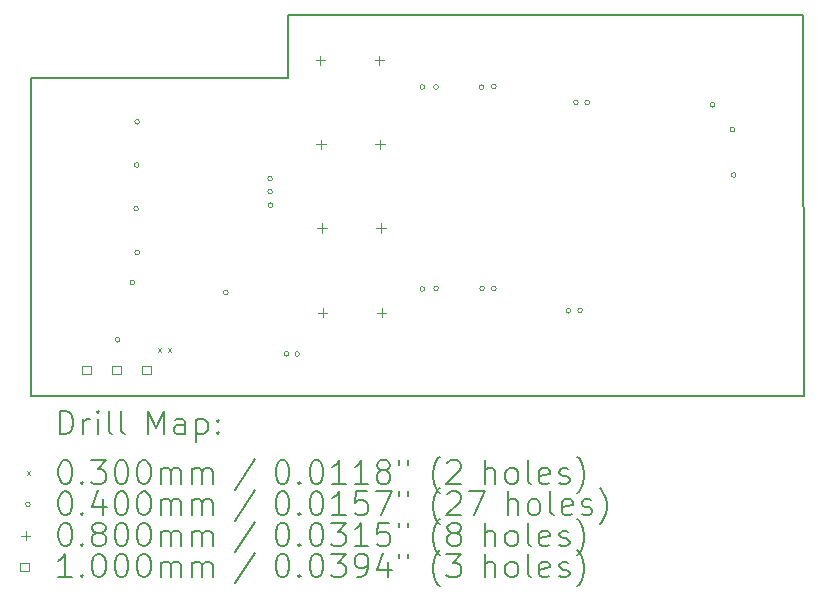
<source format=gbr>
%FSLAX45Y45*%
G04 Gerber Fmt 4.5, Leading zero omitted, Abs format (unit mm)*
G04 Created by KiCad (PCBNEW 6.99.0-unknown-455e330f3b~148~ubuntu20.04.1) date 2022-04-22 09:43:32*
%MOMM*%
%LPD*%
G01*
G04 APERTURE LIST*
%TA.AperFunction,Profile*%
%ADD10C,0.200000*%
%TD*%
%ADD11C,0.200000*%
%ADD12C,0.030000*%
%ADD13C,0.040000*%
%ADD14C,0.080000*%
%ADD15C,0.100000*%
G04 APERTURE END LIST*
D10*
X15125000Y-10115000D02*
X8585000Y-10115000D01*
X8585000Y-7415000D01*
X10760000Y-7415000D01*
X10760000Y-6885000D01*
X15115000Y-6885000D01*
X15125000Y-10115000D01*
D11*
D12*
X9655000Y-9705000D02*
X9685000Y-9735000D01*
X9685000Y-9705000D02*
X9655000Y-9735000D01*
X9740000Y-9705000D02*
X9770000Y-9735000D01*
X9770000Y-9705000D02*
X9740000Y-9735000D01*
D13*
X9335000Y-9635000D02*
G75*
G03*
X9335000Y-9635000I-20000J0D01*
G01*
X9460000Y-9150000D02*
G75*
G03*
X9460000Y-9150000I-20000J0D01*
G01*
X9490000Y-8525000D02*
G75*
G03*
X9490000Y-8525000I-20000J0D01*
G01*
X9495000Y-8155000D02*
G75*
G03*
X9495000Y-8155000I-20000J0D01*
G01*
X9500000Y-7790000D02*
G75*
G03*
X9500000Y-7790000I-20000J0D01*
G01*
X9500000Y-8895000D02*
G75*
G03*
X9500000Y-8895000I-20000J0D01*
G01*
X10250000Y-9235350D02*
G75*
G03*
X10250000Y-9235350I-20000J0D01*
G01*
X10625000Y-8270000D02*
G75*
G03*
X10625000Y-8270000I-20000J0D01*
G01*
X10625000Y-8380000D02*
G75*
G03*
X10625000Y-8380000I-20000J0D01*
G01*
X10630000Y-8495000D02*
G75*
G03*
X10630000Y-8495000I-20000J0D01*
G01*
X10765000Y-9755050D02*
G75*
G03*
X10765000Y-9755050I-20000J0D01*
G01*
X10855000Y-9755050D02*
G75*
G03*
X10855000Y-9755050I-20000J0D01*
G01*
X11915000Y-7495000D02*
G75*
G03*
X11915000Y-7495000I-20000J0D01*
G01*
X11915000Y-9205000D02*
G75*
G03*
X11915000Y-9205000I-20000J0D01*
G01*
X12030000Y-7495000D02*
G75*
G03*
X12030000Y-7495000I-20000J0D01*
G01*
X12030000Y-9200000D02*
G75*
G03*
X12030000Y-9200000I-20000J0D01*
G01*
X12415000Y-7495000D02*
G75*
G03*
X12415000Y-7495000I-20000J0D01*
G01*
X12420000Y-9200000D02*
G75*
G03*
X12420000Y-9200000I-20000J0D01*
G01*
X12520000Y-7490000D02*
G75*
G03*
X12520000Y-7490000I-20000J0D01*
G01*
X12520000Y-9200000D02*
G75*
G03*
X12520000Y-9200000I-20000J0D01*
G01*
X13150000Y-9390000D02*
G75*
G03*
X13150000Y-9390000I-20000J0D01*
G01*
X13215000Y-7625000D02*
G75*
G03*
X13215000Y-7625000I-20000J0D01*
G01*
X13250000Y-9385000D02*
G75*
G03*
X13250000Y-9385000I-20000J0D01*
G01*
X13310000Y-7625000D02*
G75*
G03*
X13310000Y-7625000I-20000J0D01*
G01*
X14370000Y-7645000D02*
G75*
G03*
X14370000Y-7645000I-20000J0D01*
G01*
X14540000Y-7855000D02*
G75*
G03*
X14540000Y-7855000I-20000J0D01*
G01*
X14550000Y-8240000D02*
G75*
G03*
X14550000Y-8240000I-20000J0D01*
G01*
D14*
X11030000Y-7230000D02*
X11030000Y-7310000D01*
X10990000Y-7270000D02*
X11070000Y-7270000D01*
X11035000Y-7940000D02*
X11035000Y-8020000D01*
X10995000Y-7980000D02*
X11075000Y-7980000D01*
X11045000Y-8650000D02*
X11045000Y-8730000D01*
X11005000Y-8690000D02*
X11085000Y-8690000D01*
X11050000Y-9365000D02*
X11050000Y-9445000D01*
X11010000Y-9405000D02*
X11090000Y-9405000D01*
X11530000Y-7230000D02*
X11530000Y-7310000D01*
X11490000Y-7270000D02*
X11570000Y-7270000D01*
X11535000Y-7940000D02*
X11535000Y-8020000D01*
X11495000Y-7980000D02*
X11575000Y-7980000D01*
X11545000Y-8650000D02*
X11545000Y-8730000D01*
X11505000Y-8690000D02*
X11585000Y-8690000D01*
X11550000Y-9365000D02*
X11550000Y-9445000D01*
X11510000Y-9405000D02*
X11590000Y-9405000D01*
D15*
X9085356Y-9925356D02*
X9085356Y-9854644D01*
X9014644Y-9854644D01*
X9014644Y-9925356D01*
X9085356Y-9925356D01*
X9339356Y-9925356D02*
X9339356Y-9854644D01*
X9268644Y-9854644D01*
X9268644Y-9925356D01*
X9339356Y-9925356D01*
X9593356Y-9925356D02*
X9593356Y-9854644D01*
X9522644Y-9854644D01*
X9522644Y-9925356D01*
X9593356Y-9925356D01*
D11*
X8822619Y-10435476D02*
X8822619Y-10235476D01*
X8822619Y-10235476D02*
X8870238Y-10235476D01*
X8870238Y-10235476D02*
X8898810Y-10245000D01*
X8898810Y-10245000D02*
X8917857Y-10264048D01*
X8917857Y-10264048D02*
X8927381Y-10283095D01*
X8927381Y-10283095D02*
X8936905Y-10321190D01*
X8936905Y-10321190D02*
X8936905Y-10349762D01*
X8936905Y-10349762D02*
X8927381Y-10387857D01*
X8927381Y-10387857D02*
X8917857Y-10406905D01*
X8917857Y-10406905D02*
X8898810Y-10425952D01*
X8898810Y-10425952D02*
X8870238Y-10435476D01*
X8870238Y-10435476D02*
X8822619Y-10435476D01*
X9022619Y-10435476D02*
X9022619Y-10302143D01*
X9022619Y-10340238D02*
X9032143Y-10321190D01*
X9032143Y-10321190D02*
X9041667Y-10311667D01*
X9041667Y-10311667D02*
X9060714Y-10302143D01*
X9060714Y-10302143D02*
X9079762Y-10302143D01*
X9146429Y-10435476D02*
X9146429Y-10302143D01*
X9146429Y-10235476D02*
X9136905Y-10245000D01*
X9136905Y-10245000D02*
X9146429Y-10254524D01*
X9146429Y-10254524D02*
X9155952Y-10245000D01*
X9155952Y-10245000D02*
X9146429Y-10235476D01*
X9146429Y-10235476D02*
X9146429Y-10254524D01*
X9270238Y-10435476D02*
X9251190Y-10425952D01*
X9251190Y-10425952D02*
X9241667Y-10406905D01*
X9241667Y-10406905D02*
X9241667Y-10235476D01*
X9375000Y-10435476D02*
X9355952Y-10425952D01*
X9355952Y-10425952D02*
X9346429Y-10406905D01*
X9346429Y-10406905D02*
X9346429Y-10235476D01*
X9571190Y-10435476D02*
X9571190Y-10235476D01*
X9571190Y-10235476D02*
X9637857Y-10378333D01*
X9637857Y-10378333D02*
X9704524Y-10235476D01*
X9704524Y-10235476D02*
X9704524Y-10435476D01*
X9885476Y-10435476D02*
X9885476Y-10330714D01*
X9885476Y-10330714D02*
X9875952Y-10311667D01*
X9875952Y-10311667D02*
X9856905Y-10302143D01*
X9856905Y-10302143D02*
X9818809Y-10302143D01*
X9818809Y-10302143D02*
X9799762Y-10311667D01*
X9885476Y-10425952D02*
X9866429Y-10435476D01*
X9866429Y-10435476D02*
X9818809Y-10435476D01*
X9818809Y-10435476D02*
X9799762Y-10425952D01*
X9799762Y-10425952D02*
X9790238Y-10406905D01*
X9790238Y-10406905D02*
X9790238Y-10387857D01*
X9790238Y-10387857D02*
X9799762Y-10368810D01*
X9799762Y-10368810D02*
X9818809Y-10359286D01*
X9818809Y-10359286D02*
X9866429Y-10359286D01*
X9866429Y-10359286D02*
X9885476Y-10349762D01*
X9980714Y-10302143D02*
X9980714Y-10502143D01*
X9980714Y-10311667D02*
X9999762Y-10302143D01*
X9999762Y-10302143D02*
X10037857Y-10302143D01*
X10037857Y-10302143D02*
X10056905Y-10311667D01*
X10056905Y-10311667D02*
X10066429Y-10321190D01*
X10066429Y-10321190D02*
X10075952Y-10340238D01*
X10075952Y-10340238D02*
X10075952Y-10397381D01*
X10075952Y-10397381D02*
X10066429Y-10416429D01*
X10066429Y-10416429D02*
X10056905Y-10425952D01*
X10056905Y-10425952D02*
X10037857Y-10435476D01*
X10037857Y-10435476D02*
X9999762Y-10435476D01*
X9999762Y-10435476D02*
X9980714Y-10425952D01*
X10161667Y-10416429D02*
X10171190Y-10425952D01*
X10171190Y-10425952D02*
X10161667Y-10435476D01*
X10161667Y-10435476D02*
X10152143Y-10425952D01*
X10152143Y-10425952D02*
X10161667Y-10416429D01*
X10161667Y-10416429D02*
X10161667Y-10435476D01*
X10161667Y-10311667D02*
X10171190Y-10321190D01*
X10171190Y-10321190D02*
X10161667Y-10330714D01*
X10161667Y-10330714D02*
X10152143Y-10321190D01*
X10152143Y-10321190D02*
X10161667Y-10311667D01*
X10161667Y-10311667D02*
X10161667Y-10330714D01*
D12*
X8545000Y-10750000D02*
X8575000Y-10780000D01*
X8575000Y-10750000D02*
X8545000Y-10780000D01*
D11*
X8860714Y-10655476D02*
X8879762Y-10655476D01*
X8879762Y-10655476D02*
X8898810Y-10665000D01*
X8898810Y-10665000D02*
X8908333Y-10674524D01*
X8908333Y-10674524D02*
X8917857Y-10693571D01*
X8917857Y-10693571D02*
X8927381Y-10731667D01*
X8927381Y-10731667D02*
X8927381Y-10779286D01*
X8927381Y-10779286D02*
X8917857Y-10817381D01*
X8917857Y-10817381D02*
X8908333Y-10836429D01*
X8908333Y-10836429D02*
X8898810Y-10845952D01*
X8898810Y-10845952D02*
X8879762Y-10855476D01*
X8879762Y-10855476D02*
X8860714Y-10855476D01*
X8860714Y-10855476D02*
X8841667Y-10845952D01*
X8841667Y-10845952D02*
X8832143Y-10836429D01*
X8832143Y-10836429D02*
X8822619Y-10817381D01*
X8822619Y-10817381D02*
X8813095Y-10779286D01*
X8813095Y-10779286D02*
X8813095Y-10731667D01*
X8813095Y-10731667D02*
X8822619Y-10693571D01*
X8822619Y-10693571D02*
X8832143Y-10674524D01*
X8832143Y-10674524D02*
X8841667Y-10665000D01*
X8841667Y-10665000D02*
X8860714Y-10655476D01*
X9013095Y-10836429D02*
X9022619Y-10845952D01*
X9022619Y-10845952D02*
X9013095Y-10855476D01*
X9013095Y-10855476D02*
X9003571Y-10845952D01*
X9003571Y-10845952D02*
X9013095Y-10836429D01*
X9013095Y-10836429D02*
X9013095Y-10855476D01*
X9089286Y-10655476D02*
X9213095Y-10655476D01*
X9213095Y-10655476D02*
X9146429Y-10731667D01*
X9146429Y-10731667D02*
X9175000Y-10731667D01*
X9175000Y-10731667D02*
X9194048Y-10741190D01*
X9194048Y-10741190D02*
X9203571Y-10750714D01*
X9203571Y-10750714D02*
X9213095Y-10769762D01*
X9213095Y-10769762D02*
X9213095Y-10817381D01*
X9213095Y-10817381D02*
X9203571Y-10836429D01*
X9203571Y-10836429D02*
X9194048Y-10845952D01*
X9194048Y-10845952D02*
X9175000Y-10855476D01*
X9175000Y-10855476D02*
X9117857Y-10855476D01*
X9117857Y-10855476D02*
X9098810Y-10845952D01*
X9098810Y-10845952D02*
X9089286Y-10836429D01*
X9336905Y-10655476D02*
X9355952Y-10655476D01*
X9355952Y-10655476D02*
X9375000Y-10665000D01*
X9375000Y-10665000D02*
X9384524Y-10674524D01*
X9384524Y-10674524D02*
X9394048Y-10693571D01*
X9394048Y-10693571D02*
X9403571Y-10731667D01*
X9403571Y-10731667D02*
X9403571Y-10779286D01*
X9403571Y-10779286D02*
X9394048Y-10817381D01*
X9394048Y-10817381D02*
X9384524Y-10836429D01*
X9384524Y-10836429D02*
X9375000Y-10845952D01*
X9375000Y-10845952D02*
X9355952Y-10855476D01*
X9355952Y-10855476D02*
X9336905Y-10855476D01*
X9336905Y-10855476D02*
X9317857Y-10845952D01*
X9317857Y-10845952D02*
X9308333Y-10836429D01*
X9308333Y-10836429D02*
X9298810Y-10817381D01*
X9298810Y-10817381D02*
X9289286Y-10779286D01*
X9289286Y-10779286D02*
X9289286Y-10731667D01*
X9289286Y-10731667D02*
X9298810Y-10693571D01*
X9298810Y-10693571D02*
X9308333Y-10674524D01*
X9308333Y-10674524D02*
X9317857Y-10665000D01*
X9317857Y-10665000D02*
X9336905Y-10655476D01*
X9527381Y-10655476D02*
X9546429Y-10655476D01*
X9546429Y-10655476D02*
X9565476Y-10665000D01*
X9565476Y-10665000D02*
X9575000Y-10674524D01*
X9575000Y-10674524D02*
X9584524Y-10693571D01*
X9584524Y-10693571D02*
X9594048Y-10731667D01*
X9594048Y-10731667D02*
X9594048Y-10779286D01*
X9594048Y-10779286D02*
X9584524Y-10817381D01*
X9584524Y-10817381D02*
X9575000Y-10836429D01*
X9575000Y-10836429D02*
X9565476Y-10845952D01*
X9565476Y-10845952D02*
X9546429Y-10855476D01*
X9546429Y-10855476D02*
X9527381Y-10855476D01*
X9527381Y-10855476D02*
X9508333Y-10845952D01*
X9508333Y-10845952D02*
X9498810Y-10836429D01*
X9498810Y-10836429D02*
X9489286Y-10817381D01*
X9489286Y-10817381D02*
X9479762Y-10779286D01*
X9479762Y-10779286D02*
X9479762Y-10731667D01*
X9479762Y-10731667D02*
X9489286Y-10693571D01*
X9489286Y-10693571D02*
X9498810Y-10674524D01*
X9498810Y-10674524D02*
X9508333Y-10665000D01*
X9508333Y-10665000D02*
X9527381Y-10655476D01*
X9679762Y-10855476D02*
X9679762Y-10722143D01*
X9679762Y-10741190D02*
X9689286Y-10731667D01*
X9689286Y-10731667D02*
X9708333Y-10722143D01*
X9708333Y-10722143D02*
X9736905Y-10722143D01*
X9736905Y-10722143D02*
X9755952Y-10731667D01*
X9755952Y-10731667D02*
X9765476Y-10750714D01*
X9765476Y-10750714D02*
X9765476Y-10855476D01*
X9765476Y-10750714D02*
X9775000Y-10731667D01*
X9775000Y-10731667D02*
X9794048Y-10722143D01*
X9794048Y-10722143D02*
X9822619Y-10722143D01*
X9822619Y-10722143D02*
X9841667Y-10731667D01*
X9841667Y-10731667D02*
X9851191Y-10750714D01*
X9851191Y-10750714D02*
X9851191Y-10855476D01*
X9946429Y-10855476D02*
X9946429Y-10722143D01*
X9946429Y-10741190D02*
X9955952Y-10731667D01*
X9955952Y-10731667D02*
X9975000Y-10722143D01*
X9975000Y-10722143D02*
X10003572Y-10722143D01*
X10003572Y-10722143D02*
X10022619Y-10731667D01*
X10022619Y-10731667D02*
X10032143Y-10750714D01*
X10032143Y-10750714D02*
X10032143Y-10855476D01*
X10032143Y-10750714D02*
X10041667Y-10731667D01*
X10041667Y-10731667D02*
X10060714Y-10722143D01*
X10060714Y-10722143D02*
X10089286Y-10722143D01*
X10089286Y-10722143D02*
X10108333Y-10731667D01*
X10108333Y-10731667D02*
X10117857Y-10750714D01*
X10117857Y-10750714D02*
X10117857Y-10855476D01*
X10475952Y-10645952D02*
X10304524Y-10903095D01*
X10700714Y-10655476D02*
X10719762Y-10655476D01*
X10719762Y-10655476D02*
X10738810Y-10665000D01*
X10738810Y-10665000D02*
X10748333Y-10674524D01*
X10748333Y-10674524D02*
X10757857Y-10693571D01*
X10757857Y-10693571D02*
X10767381Y-10731667D01*
X10767381Y-10731667D02*
X10767381Y-10779286D01*
X10767381Y-10779286D02*
X10757857Y-10817381D01*
X10757857Y-10817381D02*
X10748333Y-10836429D01*
X10748333Y-10836429D02*
X10738810Y-10845952D01*
X10738810Y-10845952D02*
X10719762Y-10855476D01*
X10719762Y-10855476D02*
X10700714Y-10855476D01*
X10700714Y-10855476D02*
X10681667Y-10845952D01*
X10681667Y-10845952D02*
X10672143Y-10836429D01*
X10672143Y-10836429D02*
X10662619Y-10817381D01*
X10662619Y-10817381D02*
X10653095Y-10779286D01*
X10653095Y-10779286D02*
X10653095Y-10731667D01*
X10653095Y-10731667D02*
X10662619Y-10693571D01*
X10662619Y-10693571D02*
X10672143Y-10674524D01*
X10672143Y-10674524D02*
X10681667Y-10665000D01*
X10681667Y-10665000D02*
X10700714Y-10655476D01*
X10853095Y-10836429D02*
X10862619Y-10845952D01*
X10862619Y-10845952D02*
X10853095Y-10855476D01*
X10853095Y-10855476D02*
X10843572Y-10845952D01*
X10843572Y-10845952D02*
X10853095Y-10836429D01*
X10853095Y-10836429D02*
X10853095Y-10855476D01*
X10986429Y-10655476D02*
X11005476Y-10655476D01*
X11005476Y-10655476D02*
X11024524Y-10665000D01*
X11024524Y-10665000D02*
X11034048Y-10674524D01*
X11034048Y-10674524D02*
X11043572Y-10693571D01*
X11043572Y-10693571D02*
X11053095Y-10731667D01*
X11053095Y-10731667D02*
X11053095Y-10779286D01*
X11053095Y-10779286D02*
X11043572Y-10817381D01*
X11043572Y-10817381D02*
X11034048Y-10836429D01*
X11034048Y-10836429D02*
X11024524Y-10845952D01*
X11024524Y-10845952D02*
X11005476Y-10855476D01*
X11005476Y-10855476D02*
X10986429Y-10855476D01*
X10986429Y-10855476D02*
X10967381Y-10845952D01*
X10967381Y-10845952D02*
X10957857Y-10836429D01*
X10957857Y-10836429D02*
X10948333Y-10817381D01*
X10948333Y-10817381D02*
X10938810Y-10779286D01*
X10938810Y-10779286D02*
X10938810Y-10731667D01*
X10938810Y-10731667D02*
X10948333Y-10693571D01*
X10948333Y-10693571D02*
X10957857Y-10674524D01*
X10957857Y-10674524D02*
X10967381Y-10665000D01*
X10967381Y-10665000D02*
X10986429Y-10655476D01*
X11243571Y-10855476D02*
X11129286Y-10855476D01*
X11186429Y-10855476D02*
X11186429Y-10655476D01*
X11186429Y-10655476D02*
X11167381Y-10684048D01*
X11167381Y-10684048D02*
X11148333Y-10703095D01*
X11148333Y-10703095D02*
X11129286Y-10712619D01*
X11434048Y-10855476D02*
X11319762Y-10855476D01*
X11376905Y-10855476D02*
X11376905Y-10655476D01*
X11376905Y-10655476D02*
X11357857Y-10684048D01*
X11357857Y-10684048D02*
X11338810Y-10703095D01*
X11338810Y-10703095D02*
X11319762Y-10712619D01*
X11548333Y-10741190D02*
X11529286Y-10731667D01*
X11529286Y-10731667D02*
X11519762Y-10722143D01*
X11519762Y-10722143D02*
X11510238Y-10703095D01*
X11510238Y-10703095D02*
X11510238Y-10693571D01*
X11510238Y-10693571D02*
X11519762Y-10674524D01*
X11519762Y-10674524D02*
X11529286Y-10665000D01*
X11529286Y-10665000D02*
X11548333Y-10655476D01*
X11548333Y-10655476D02*
X11586429Y-10655476D01*
X11586429Y-10655476D02*
X11605476Y-10665000D01*
X11605476Y-10665000D02*
X11615000Y-10674524D01*
X11615000Y-10674524D02*
X11624524Y-10693571D01*
X11624524Y-10693571D02*
X11624524Y-10703095D01*
X11624524Y-10703095D02*
X11615000Y-10722143D01*
X11615000Y-10722143D02*
X11605476Y-10731667D01*
X11605476Y-10731667D02*
X11586429Y-10741190D01*
X11586429Y-10741190D02*
X11548333Y-10741190D01*
X11548333Y-10741190D02*
X11529286Y-10750714D01*
X11529286Y-10750714D02*
X11519762Y-10760238D01*
X11519762Y-10760238D02*
X11510238Y-10779286D01*
X11510238Y-10779286D02*
X11510238Y-10817381D01*
X11510238Y-10817381D02*
X11519762Y-10836429D01*
X11519762Y-10836429D02*
X11529286Y-10845952D01*
X11529286Y-10845952D02*
X11548333Y-10855476D01*
X11548333Y-10855476D02*
X11586429Y-10855476D01*
X11586429Y-10855476D02*
X11605476Y-10845952D01*
X11605476Y-10845952D02*
X11615000Y-10836429D01*
X11615000Y-10836429D02*
X11624524Y-10817381D01*
X11624524Y-10817381D02*
X11624524Y-10779286D01*
X11624524Y-10779286D02*
X11615000Y-10760238D01*
X11615000Y-10760238D02*
X11605476Y-10750714D01*
X11605476Y-10750714D02*
X11586429Y-10741190D01*
X11700714Y-10655476D02*
X11700714Y-10693571D01*
X11776905Y-10655476D02*
X11776905Y-10693571D01*
X12039762Y-10931667D02*
X12030238Y-10922143D01*
X12030238Y-10922143D02*
X12011191Y-10893571D01*
X12011191Y-10893571D02*
X12001667Y-10874524D01*
X12001667Y-10874524D02*
X11992143Y-10845952D01*
X11992143Y-10845952D02*
X11982619Y-10798333D01*
X11982619Y-10798333D02*
X11982619Y-10760238D01*
X11982619Y-10760238D02*
X11992143Y-10712619D01*
X11992143Y-10712619D02*
X12001667Y-10684048D01*
X12001667Y-10684048D02*
X12011191Y-10665000D01*
X12011191Y-10665000D02*
X12030238Y-10636429D01*
X12030238Y-10636429D02*
X12039762Y-10626905D01*
X12106429Y-10674524D02*
X12115952Y-10665000D01*
X12115952Y-10665000D02*
X12135000Y-10655476D01*
X12135000Y-10655476D02*
X12182619Y-10655476D01*
X12182619Y-10655476D02*
X12201667Y-10665000D01*
X12201667Y-10665000D02*
X12211191Y-10674524D01*
X12211191Y-10674524D02*
X12220714Y-10693571D01*
X12220714Y-10693571D02*
X12220714Y-10712619D01*
X12220714Y-10712619D02*
X12211191Y-10741190D01*
X12211191Y-10741190D02*
X12096905Y-10855476D01*
X12096905Y-10855476D02*
X12220714Y-10855476D01*
X12426429Y-10855476D02*
X12426429Y-10655476D01*
X12512143Y-10855476D02*
X12512143Y-10750714D01*
X12512143Y-10750714D02*
X12502619Y-10731667D01*
X12502619Y-10731667D02*
X12483572Y-10722143D01*
X12483572Y-10722143D02*
X12455000Y-10722143D01*
X12455000Y-10722143D02*
X12435952Y-10731667D01*
X12435952Y-10731667D02*
X12426429Y-10741190D01*
X12635952Y-10855476D02*
X12616905Y-10845952D01*
X12616905Y-10845952D02*
X12607381Y-10836429D01*
X12607381Y-10836429D02*
X12597857Y-10817381D01*
X12597857Y-10817381D02*
X12597857Y-10760238D01*
X12597857Y-10760238D02*
X12607381Y-10741190D01*
X12607381Y-10741190D02*
X12616905Y-10731667D01*
X12616905Y-10731667D02*
X12635952Y-10722143D01*
X12635952Y-10722143D02*
X12664524Y-10722143D01*
X12664524Y-10722143D02*
X12683572Y-10731667D01*
X12683572Y-10731667D02*
X12693095Y-10741190D01*
X12693095Y-10741190D02*
X12702619Y-10760238D01*
X12702619Y-10760238D02*
X12702619Y-10817381D01*
X12702619Y-10817381D02*
X12693095Y-10836429D01*
X12693095Y-10836429D02*
X12683572Y-10845952D01*
X12683572Y-10845952D02*
X12664524Y-10855476D01*
X12664524Y-10855476D02*
X12635952Y-10855476D01*
X12816905Y-10855476D02*
X12797857Y-10845952D01*
X12797857Y-10845952D02*
X12788333Y-10826905D01*
X12788333Y-10826905D02*
X12788333Y-10655476D01*
X12969286Y-10845952D02*
X12950238Y-10855476D01*
X12950238Y-10855476D02*
X12912143Y-10855476D01*
X12912143Y-10855476D02*
X12893095Y-10845952D01*
X12893095Y-10845952D02*
X12883572Y-10826905D01*
X12883572Y-10826905D02*
X12883572Y-10750714D01*
X12883572Y-10750714D02*
X12893095Y-10731667D01*
X12893095Y-10731667D02*
X12912143Y-10722143D01*
X12912143Y-10722143D02*
X12950238Y-10722143D01*
X12950238Y-10722143D02*
X12969286Y-10731667D01*
X12969286Y-10731667D02*
X12978810Y-10750714D01*
X12978810Y-10750714D02*
X12978810Y-10769762D01*
X12978810Y-10769762D02*
X12883572Y-10788810D01*
X13055000Y-10845952D02*
X13074048Y-10855476D01*
X13074048Y-10855476D02*
X13112143Y-10855476D01*
X13112143Y-10855476D02*
X13131191Y-10845952D01*
X13131191Y-10845952D02*
X13140714Y-10826905D01*
X13140714Y-10826905D02*
X13140714Y-10817381D01*
X13140714Y-10817381D02*
X13131191Y-10798333D01*
X13131191Y-10798333D02*
X13112143Y-10788810D01*
X13112143Y-10788810D02*
X13083572Y-10788810D01*
X13083572Y-10788810D02*
X13064524Y-10779286D01*
X13064524Y-10779286D02*
X13055000Y-10760238D01*
X13055000Y-10760238D02*
X13055000Y-10750714D01*
X13055000Y-10750714D02*
X13064524Y-10731667D01*
X13064524Y-10731667D02*
X13083572Y-10722143D01*
X13083572Y-10722143D02*
X13112143Y-10722143D01*
X13112143Y-10722143D02*
X13131191Y-10731667D01*
X13207381Y-10931667D02*
X13216905Y-10922143D01*
X13216905Y-10922143D02*
X13235953Y-10893571D01*
X13235953Y-10893571D02*
X13245476Y-10874524D01*
X13245476Y-10874524D02*
X13255000Y-10845952D01*
X13255000Y-10845952D02*
X13264524Y-10798333D01*
X13264524Y-10798333D02*
X13264524Y-10760238D01*
X13264524Y-10760238D02*
X13255000Y-10712619D01*
X13255000Y-10712619D02*
X13245476Y-10684048D01*
X13245476Y-10684048D02*
X13235953Y-10665000D01*
X13235953Y-10665000D02*
X13216905Y-10636429D01*
X13216905Y-10636429D02*
X13207381Y-10626905D01*
D13*
X8575000Y-11029000D02*
G75*
G03*
X8575000Y-11029000I-20000J0D01*
G01*
D11*
X8860714Y-10919476D02*
X8879762Y-10919476D01*
X8879762Y-10919476D02*
X8898810Y-10929000D01*
X8898810Y-10929000D02*
X8908333Y-10938524D01*
X8908333Y-10938524D02*
X8917857Y-10957571D01*
X8917857Y-10957571D02*
X8927381Y-10995667D01*
X8927381Y-10995667D02*
X8927381Y-11043286D01*
X8927381Y-11043286D02*
X8917857Y-11081381D01*
X8917857Y-11081381D02*
X8908333Y-11100429D01*
X8908333Y-11100429D02*
X8898810Y-11109952D01*
X8898810Y-11109952D02*
X8879762Y-11119476D01*
X8879762Y-11119476D02*
X8860714Y-11119476D01*
X8860714Y-11119476D02*
X8841667Y-11109952D01*
X8841667Y-11109952D02*
X8832143Y-11100429D01*
X8832143Y-11100429D02*
X8822619Y-11081381D01*
X8822619Y-11081381D02*
X8813095Y-11043286D01*
X8813095Y-11043286D02*
X8813095Y-10995667D01*
X8813095Y-10995667D02*
X8822619Y-10957571D01*
X8822619Y-10957571D02*
X8832143Y-10938524D01*
X8832143Y-10938524D02*
X8841667Y-10929000D01*
X8841667Y-10929000D02*
X8860714Y-10919476D01*
X9013095Y-11100429D02*
X9022619Y-11109952D01*
X9022619Y-11109952D02*
X9013095Y-11119476D01*
X9013095Y-11119476D02*
X9003571Y-11109952D01*
X9003571Y-11109952D02*
X9013095Y-11100429D01*
X9013095Y-11100429D02*
X9013095Y-11119476D01*
X9194048Y-10986143D02*
X9194048Y-11119476D01*
X9146429Y-10909952D02*
X9098810Y-11052810D01*
X9098810Y-11052810D02*
X9222619Y-11052810D01*
X9336905Y-10919476D02*
X9355952Y-10919476D01*
X9355952Y-10919476D02*
X9375000Y-10929000D01*
X9375000Y-10929000D02*
X9384524Y-10938524D01*
X9384524Y-10938524D02*
X9394048Y-10957571D01*
X9394048Y-10957571D02*
X9403571Y-10995667D01*
X9403571Y-10995667D02*
X9403571Y-11043286D01*
X9403571Y-11043286D02*
X9394048Y-11081381D01*
X9394048Y-11081381D02*
X9384524Y-11100429D01*
X9384524Y-11100429D02*
X9375000Y-11109952D01*
X9375000Y-11109952D02*
X9355952Y-11119476D01*
X9355952Y-11119476D02*
X9336905Y-11119476D01*
X9336905Y-11119476D02*
X9317857Y-11109952D01*
X9317857Y-11109952D02*
X9308333Y-11100429D01*
X9308333Y-11100429D02*
X9298810Y-11081381D01*
X9298810Y-11081381D02*
X9289286Y-11043286D01*
X9289286Y-11043286D02*
X9289286Y-10995667D01*
X9289286Y-10995667D02*
X9298810Y-10957571D01*
X9298810Y-10957571D02*
X9308333Y-10938524D01*
X9308333Y-10938524D02*
X9317857Y-10929000D01*
X9317857Y-10929000D02*
X9336905Y-10919476D01*
X9527381Y-10919476D02*
X9546429Y-10919476D01*
X9546429Y-10919476D02*
X9565476Y-10929000D01*
X9565476Y-10929000D02*
X9575000Y-10938524D01*
X9575000Y-10938524D02*
X9584524Y-10957571D01*
X9584524Y-10957571D02*
X9594048Y-10995667D01*
X9594048Y-10995667D02*
X9594048Y-11043286D01*
X9594048Y-11043286D02*
X9584524Y-11081381D01*
X9584524Y-11081381D02*
X9575000Y-11100429D01*
X9575000Y-11100429D02*
X9565476Y-11109952D01*
X9565476Y-11109952D02*
X9546429Y-11119476D01*
X9546429Y-11119476D02*
X9527381Y-11119476D01*
X9527381Y-11119476D02*
X9508333Y-11109952D01*
X9508333Y-11109952D02*
X9498810Y-11100429D01*
X9498810Y-11100429D02*
X9489286Y-11081381D01*
X9489286Y-11081381D02*
X9479762Y-11043286D01*
X9479762Y-11043286D02*
X9479762Y-10995667D01*
X9479762Y-10995667D02*
X9489286Y-10957571D01*
X9489286Y-10957571D02*
X9498810Y-10938524D01*
X9498810Y-10938524D02*
X9508333Y-10929000D01*
X9508333Y-10929000D02*
X9527381Y-10919476D01*
X9679762Y-11119476D02*
X9679762Y-10986143D01*
X9679762Y-11005190D02*
X9689286Y-10995667D01*
X9689286Y-10995667D02*
X9708333Y-10986143D01*
X9708333Y-10986143D02*
X9736905Y-10986143D01*
X9736905Y-10986143D02*
X9755952Y-10995667D01*
X9755952Y-10995667D02*
X9765476Y-11014714D01*
X9765476Y-11014714D02*
X9765476Y-11119476D01*
X9765476Y-11014714D02*
X9775000Y-10995667D01*
X9775000Y-10995667D02*
X9794048Y-10986143D01*
X9794048Y-10986143D02*
X9822619Y-10986143D01*
X9822619Y-10986143D02*
X9841667Y-10995667D01*
X9841667Y-10995667D02*
X9851191Y-11014714D01*
X9851191Y-11014714D02*
X9851191Y-11119476D01*
X9946429Y-11119476D02*
X9946429Y-10986143D01*
X9946429Y-11005190D02*
X9955952Y-10995667D01*
X9955952Y-10995667D02*
X9975000Y-10986143D01*
X9975000Y-10986143D02*
X10003572Y-10986143D01*
X10003572Y-10986143D02*
X10022619Y-10995667D01*
X10022619Y-10995667D02*
X10032143Y-11014714D01*
X10032143Y-11014714D02*
X10032143Y-11119476D01*
X10032143Y-11014714D02*
X10041667Y-10995667D01*
X10041667Y-10995667D02*
X10060714Y-10986143D01*
X10060714Y-10986143D02*
X10089286Y-10986143D01*
X10089286Y-10986143D02*
X10108333Y-10995667D01*
X10108333Y-10995667D02*
X10117857Y-11014714D01*
X10117857Y-11014714D02*
X10117857Y-11119476D01*
X10475952Y-10909952D02*
X10304524Y-11167095D01*
X10700714Y-10919476D02*
X10719762Y-10919476D01*
X10719762Y-10919476D02*
X10738810Y-10929000D01*
X10738810Y-10929000D02*
X10748333Y-10938524D01*
X10748333Y-10938524D02*
X10757857Y-10957571D01*
X10757857Y-10957571D02*
X10767381Y-10995667D01*
X10767381Y-10995667D02*
X10767381Y-11043286D01*
X10767381Y-11043286D02*
X10757857Y-11081381D01*
X10757857Y-11081381D02*
X10748333Y-11100429D01*
X10748333Y-11100429D02*
X10738810Y-11109952D01*
X10738810Y-11109952D02*
X10719762Y-11119476D01*
X10719762Y-11119476D02*
X10700714Y-11119476D01*
X10700714Y-11119476D02*
X10681667Y-11109952D01*
X10681667Y-11109952D02*
X10672143Y-11100429D01*
X10672143Y-11100429D02*
X10662619Y-11081381D01*
X10662619Y-11081381D02*
X10653095Y-11043286D01*
X10653095Y-11043286D02*
X10653095Y-10995667D01*
X10653095Y-10995667D02*
X10662619Y-10957571D01*
X10662619Y-10957571D02*
X10672143Y-10938524D01*
X10672143Y-10938524D02*
X10681667Y-10929000D01*
X10681667Y-10929000D02*
X10700714Y-10919476D01*
X10853095Y-11100429D02*
X10862619Y-11109952D01*
X10862619Y-11109952D02*
X10853095Y-11119476D01*
X10853095Y-11119476D02*
X10843572Y-11109952D01*
X10843572Y-11109952D02*
X10853095Y-11100429D01*
X10853095Y-11100429D02*
X10853095Y-11119476D01*
X10986429Y-10919476D02*
X11005476Y-10919476D01*
X11005476Y-10919476D02*
X11024524Y-10929000D01*
X11024524Y-10929000D02*
X11034048Y-10938524D01*
X11034048Y-10938524D02*
X11043572Y-10957571D01*
X11043572Y-10957571D02*
X11053095Y-10995667D01*
X11053095Y-10995667D02*
X11053095Y-11043286D01*
X11053095Y-11043286D02*
X11043572Y-11081381D01*
X11043572Y-11081381D02*
X11034048Y-11100429D01*
X11034048Y-11100429D02*
X11024524Y-11109952D01*
X11024524Y-11109952D02*
X11005476Y-11119476D01*
X11005476Y-11119476D02*
X10986429Y-11119476D01*
X10986429Y-11119476D02*
X10967381Y-11109952D01*
X10967381Y-11109952D02*
X10957857Y-11100429D01*
X10957857Y-11100429D02*
X10948333Y-11081381D01*
X10948333Y-11081381D02*
X10938810Y-11043286D01*
X10938810Y-11043286D02*
X10938810Y-10995667D01*
X10938810Y-10995667D02*
X10948333Y-10957571D01*
X10948333Y-10957571D02*
X10957857Y-10938524D01*
X10957857Y-10938524D02*
X10967381Y-10929000D01*
X10967381Y-10929000D02*
X10986429Y-10919476D01*
X11243571Y-11119476D02*
X11129286Y-11119476D01*
X11186429Y-11119476D02*
X11186429Y-10919476D01*
X11186429Y-10919476D02*
X11167381Y-10948048D01*
X11167381Y-10948048D02*
X11148333Y-10967095D01*
X11148333Y-10967095D02*
X11129286Y-10976619D01*
X11424524Y-10919476D02*
X11329286Y-10919476D01*
X11329286Y-10919476D02*
X11319762Y-11014714D01*
X11319762Y-11014714D02*
X11329286Y-11005190D01*
X11329286Y-11005190D02*
X11348333Y-10995667D01*
X11348333Y-10995667D02*
X11395952Y-10995667D01*
X11395952Y-10995667D02*
X11415000Y-11005190D01*
X11415000Y-11005190D02*
X11424524Y-11014714D01*
X11424524Y-11014714D02*
X11434048Y-11033762D01*
X11434048Y-11033762D02*
X11434048Y-11081381D01*
X11434048Y-11081381D02*
X11424524Y-11100429D01*
X11424524Y-11100429D02*
X11415000Y-11109952D01*
X11415000Y-11109952D02*
X11395952Y-11119476D01*
X11395952Y-11119476D02*
X11348333Y-11119476D01*
X11348333Y-11119476D02*
X11329286Y-11109952D01*
X11329286Y-11109952D02*
X11319762Y-11100429D01*
X11500714Y-10919476D02*
X11634048Y-10919476D01*
X11634048Y-10919476D02*
X11548333Y-11119476D01*
X11700714Y-10919476D02*
X11700714Y-10957571D01*
X11776905Y-10919476D02*
X11776905Y-10957571D01*
X12039762Y-11195667D02*
X12030238Y-11186143D01*
X12030238Y-11186143D02*
X12011191Y-11157571D01*
X12011191Y-11157571D02*
X12001667Y-11138524D01*
X12001667Y-11138524D02*
X11992143Y-11109952D01*
X11992143Y-11109952D02*
X11982619Y-11062333D01*
X11982619Y-11062333D02*
X11982619Y-11024238D01*
X11982619Y-11024238D02*
X11992143Y-10976619D01*
X11992143Y-10976619D02*
X12001667Y-10948048D01*
X12001667Y-10948048D02*
X12011191Y-10929000D01*
X12011191Y-10929000D02*
X12030238Y-10900429D01*
X12030238Y-10900429D02*
X12039762Y-10890905D01*
X12106429Y-10938524D02*
X12115952Y-10929000D01*
X12115952Y-10929000D02*
X12135000Y-10919476D01*
X12135000Y-10919476D02*
X12182619Y-10919476D01*
X12182619Y-10919476D02*
X12201667Y-10929000D01*
X12201667Y-10929000D02*
X12211191Y-10938524D01*
X12211191Y-10938524D02*
X12220714Y-10957571D01*
X12220714Y-10957571D02*
X12220714Y-10976619D01*
X12220714Y-10976619D02*
X12211191Y-11005190D01*
X12211191Y-11005190D02*
X12096905Y-11119476D01*
X12096905Y-11119476D02*
X12220714Y-11119476D01*
X12287381Y-10919476D02*
X12420714Y-10919476D01*
X12420714Y-10919476D02*
X12335000Y-11119476D01*
X12616905Y-11119476D02*
X12616905Y-10919476D01*
X12702619Y-11119476D02*
X12702619Y-11014714D01*
X12702619Y-11014714D02*
X12693095Y-10995667D01*
X12693095Y-10995667D02*
X12674048Y-10986143D01*
X12674048Y-10986143D02*
X12645476Y-10986143D01*
X12645476Y-10986143D02*
X12626429Y-10995667D01*
X12626429Y-10995667D02*
X12616905Y-11005190D01*
X12826429Y-11119476D02*
X12807381Y-11109952D01*
X12807381Y-11109952D02*
X12797857Y-11100429D01*
X12797857Y-11100429D02*
X12788333Y-11081381D01*
X12788333Y-11081381D02*
X12788333Y-11024238D01*
X12788333Y-11024238D02*
X12797857Y-11005190D01*
X12797857Y-11005190D02*
X12807381Y-10995667D01*
X12807381Y-10995667D02*
X12826429Y-10986143D01*
X12826429Y-10986143D02*
X12855000Y-10986143D01*
X12855000Y-10986143D02*
X12874048Y-10995667D01*
X12874048Y-10995667D02*
X12883572Y-11005190D01*
X12883572Y-11005190D02*
X12893095Y-11024238D01*
X12893095Y-11024238D02*
X12893095Y-11081381D01*
X12893095Y-11081381D02*
X12883572Y-11100429D01*
X12883572Y-11100429D02*
X12874048Y-11109952D01*
X12874048Y-11109952D02*
X12855000Y-11119476D01*
X12855000Y-11119476D02*
X12826429Y-11119476D01*
X13007381Y-11119476D02*
X12988333Y-11109952D01*
X12988333Y-11109952D02*
X12978810Y-11090905D01*
X12978810Y-11090905D02*
X12978810Y-10919476D01*
X13159762Y-11109952D02*
X13140714Y-11119476D01*
X13140714Y-11119476D02*
X13102619Y-11119476D01*
X13102619Y-11119476D02*
X13083572Y-11109952D01*
X13083572Y-11109952D02*
X13074048Y-11090905D01*
X13074048Y-11090905D02*
X13074048Y-11014714D01*
X13074048Y-11014714D02*
X13083572Y-10995667D01*
X13083572Y-10995667D02*
X13102619Y-10986143D01*
X13102619Y-10986143D02*
X13140714Y-10986143D01*
X13140714Y-10986143D02*
X13159762Y-10995667D01*
X13159762Y-10995667D02*
X13169286Y-11014714D01*
X13169286Y-11014714D02*
X13169286Y-11033762D01*
X13169286Y-11033762D02*
X13074048Y-11052810D01*
X13245476Y-11109952D02*
X13264524Y-11119476D01*
X13264524Y-11119476D02*
X13302619Y-11119476D01*
X13302619Y-11119476D02*
X13321667Y-11109952D01*
X13321667Y-11109952D02*
X13331191Y-11090905D01*
X13331191Y-11090905D02*
X13331191Y-11081381D01*
X13331191Y-11081381D02*
X13321667Y-11062333D01*
X13321667Y-11062333D02*
X13302619Y-11052810D01*
X13302619Y-11052810D02*
X13274048Y-11052810D01*
X13274048Y-11052810D02*
X13255000Y-11043286D01*
X13255000Y-11043286D02*
X13245476Y-11024238D01*
X13245476Y-11024238D02*
X13245476Y-11014714D01*
X13245476Y-11014714D02*
X13255000Y-10995667D01*
X13255000Y-10995667D02*
X13274048Y-10986143D01*
X13274048Y-10986143D02*
X13302619Y-10986143D01*
X13302619Y-10986143D02*
X13321667Y-10995667D01*
X13397857Y-11195667D02*
X13407381Y-11186143D01*
X13407381Y-11186143D02*
X13426429Y-11157571D01*
X13426429Y-11157571D02*
X13435953Y-11138524D01*
X13435953Y-11138524D02*
X13445476Y-11109952D01*
X13445476Y-11109952D02*
X13455000Y-11062333D01*
X13455000Y-11062333D02*
X13455000Y-11024238D01*
X13455000Y-11024238D02*
X13445476Y-10976619D01*
X13445476Y-10976619D02*
X13435953Y-10948048D01*
X13435953Y-10948048D02*
X13426429Y-10929000D01*
X13426429Y-10929000D02*
X13407381Y-10900429D01*
X13407381Y-10900429D02*
X13397857Y-10890905D01*
D14*
X8535000Y-11253000D02*
X8535000Y-11333000D01*
X8495000Y-11293000D02*
X8575000Y-11293000D01*
D11*
X8860714Y-11183476D02*
X8879762Y-11183476D01*
X8879762Y-11183476D02*
X8898810Y-11193000D01*
X8898810Y-11193000D02*
X8908333Y-11202524D01*
X8908333Y-11202524D02*
X8917857Y-11221571D01*
X8917857Y-11221571D02*
X8927381Y-11259667D01*
X8927381Y-11259667D02*
X8927381Y-11307286D01*
X8927381Y-11307286D02*
X8917857Y-11345381D01*
X8917857Y-11345381D02*
X8908333Y-11364428D01*
X8908333Y-11364428D02*
X8898810Y-11373952D01*
X8898810Y-11373952D02*
X8879762Y-11383476D01*
X8879762Y-11383476D02*
X8860714Y-11383476D01*
X8860714Y-11383476D02*
X8841667Y-11373952D01*
X8841667Y-11373952D02*
X8832143Y-11364428D01*
X8832143Y-11364428D02*
X8822619Y-11345381D01*
X8822619Y-11345381D02*
X8813095Y-11307286D01*
X8813095Y-11307286D02*
X8813095Y-11259667D01*
X8813095Y-11259667D02*
X8822619Y-11221571D01*
X8822619Y-11221571D02*
X8832143Y-11202524D01*
X8832143Y-11202524D02*
X8841667Y-11193000D01*
X8841667Y-11193000D02*
X8860714Y-11183476D01*
X9013095Y-11364428D02*
X9022619Y-11373952D01*
X9022619Y-11373952D02*
X9013095Y-11383476D01*
X9013095Y-11383476D02*
X9003571Y-11373952D01*
X9003571Y-11373952D02*
X9013095Y-11364428D01*
X9013095Y-11364428D02*
X9013095Y-11383476D01*
X9136905Y-11269190D02*
X9117857Y-11259667D01*
X9117857Y-11259667D02*
X9108333Y-11250143D01*
X9108333Y-11250143D02*
X9098810Y-11231095D01*
X9098810Y-11231095D02*
X9098810Y-11221571D01*
X9098810Y-11221571D02*
X9108333Y-11202524D01*
X9108333Y-11202524D02*
X9117857Y-11193000D01*
X9117857Y-11193000D02*
X9136905Y-11183476D01*
X9136905Y-11183476D02*
X9175000Y-11183476D01*
X9175000Y-11183476D02*
X9194048Y-11193000D01*
X9194048Y-11193000D02*
X9203571Y-11202524D01*
X9203571Y-11202524D02*
X9213095Y-11221571D01*
X9213095Y-11221571D02*
X9213095Y-11231095D01*
X9213095Y-11231095D02*
X9203571Y-11250143D01*
X9203571Y-11250143D02*
X9194048Y-11259667D01*
X9194048Y-11259667D02*
X9175000Y-11269190D01*
X9175000Y-11269190D02*
X9136905Y-11269190D01*
X9136905Y-11269190D02*
X9117857Y-11278714D01*
X9117857Y-11278714D02*
X9108333Y-11288238D01*
X9108333Y-11288238D02*
X9098810Y-11307286D01*
X9098810Y-11307286D02*
X9098810Y-11345381D01*
X9098810Y-11345381D02*
X9108333Y-11364428D01*
X9108333Y-11364428D02*
X9117857Y-11373952D01*
X9117857Y-11373952D02*
X9136905Y-11383476D01*
X9136905Y-11383476D02*
X9175000Y-11383476D01*
X9175000Y-11383476D02*
X9194048Y-11373952D01*
X9194048Y-11373952D02*
X9203571Y-11364428D01*
X9203571Y-11364428D02*
X9213095Y-11345381D01*
X9213095Y-11345381D02*
X9213095Y-11307286D01*
X9213095Y-11307286D02*
X9203571Y-11288238D01*
X9203571Y-11288238D02*
X9194048Y-11278714D01*
X9194048Y-11278714D02*
X9175000Y-11269190D01*
X9336905Y-11183476D02*
X9355952Y-11183476D01*
X9355952Y-11183476D02*
X9375000Y-11193000D01*
X9375000Y-11193000D02*
X9384524Y-11202524D01*
X9384524Y-11202524D02*
X9394048Y-11221571D01*
X9394048Y-11221571D02*
X9403571Y-11259667D01*
X9403571Y-11259667D02*
X9403571Y-11307286D01*
X9403571Y-11307286D02*
X9394048Y-11345381D01*
X9394048Y-11345381D02*
X9384524Y-11364428D01*
X9384524Y-11364428D02*
X9375000Y-11373952D01*
X9375000Y-11373952D02*
X9355952Y-11383476D01*
X9355952Y-11383476D02*
X9336905Y-11383476D01*
X9336905Y-11383476D02*
X9317857Y-11373952D01*
X9317857Y-11373952D02*
X9308333Y-11364428D01*
X9308333Y-11364428D02*
X9298810Y-11345381D01*
X9298810Y-11345381D02*
X9289286Y-11307286D01*
X9289286Y-11307286D02*
X9289286Y-11259667D01*
X9289286Y-11259667D02*
X9298810Y-11221571D01*
X9298810Y-11221571D02*
X9308333Y-11202524D01*
X9308333Y-11202524D02*
X9317857Y-11193000D01*
X9317857Y-11193000D02*
X9336905Y-11183476D01*
X9527381Y-11183476D02*
X9546429Y-11183476D01*
X9546429Y-11183476D02*
X9565476Y-11193000D01*
X9565476Y-11193000D02*
X9575000Y-11202524D01*
X9575000Y-11202524D02*
X9584524Y-11221571D01*
X9584524Y-11221571D02*
X9594048Y-11259667D01*
X9594048Y-11259667D02*
X9594048Y-11307286D01*
X9594048Y-11307286D02*
X9584524Y-11345381D01*
X9584524Y-11345381D02*
X9575000Y-11364428D01*
X9575000Y-11364428D02*
X9565476Y-11373952D01*
X9565476Y-11373952D02*
X9546429Y-11383476D01*
X9546429Y-11383476D02*
X9527381Y-11383476D01*
X9527381Y-11383476D02*
X9508333Y-11373952D01*
X9508333Y-11373952D02*
X9498810Y-11364428D01*
X9498810Y-11364428D02*
X9489286Y-11345381D01*
X9489286Y-11345381D02*
X9479762Y-11307286D01*
X9479762Y-11307286D02*
X9479762Y-11259667D01*
X9479762Y-11259667D02*
X9489286Y-11221571D01*
X9489286Y-11221571D02*
X9498810Y-11202524D01*
X9498810Y-11202524D02*
X9508333Y-11193000D01*
X9508333Y-11193000D02*
X9527381Y-11183476D01*
X9679762Y-11383476D02*
X9679762Y-11250143D01*
X9679762Y-11269190D02*
X9689286Y-11259667D01*
X9689286Y-11259667D02*
X9708333Y-11250143D01*
X9708333Y-11250143D02*
X9736905Y-11250143D01*
X9736905Y-11250143D02*
X9755952Y-11259667D01*
X9755952Y-11259667D02*
X9765476Y-11278714D01*
X9765476Y-11278714D02*
X9765476Y-11383476D01*
X9765476Y-11278714D02*
X9775000Y-11259667D01*
X9775000Y-11259667D02*
X9794048Y-11250143D01*
X9794048Y-11250143D02*
X9822619Y-11250143D01*
X9822619Y-11250143D02*
X9841667Y-11259667D01*
X9841667Y-11259667D02*
X9851191Y-11278714D01*
X9851191Y-11278714D02*
X9851191Y-11383476D01*
X9946429Y-11383476D02*
X9946429Y-11250143D01*
X9946429Y-11269190D02*
X9955952Y-11259667D01*
X9955952Y-11259667D02*
X9975000Y-11250143D01*
X9975000Y-11250143D02*
X10003572Y-11250143D01*
X10003572Y-11250143D02*
X10022619Y-11259667D01*
X10022619Y-11259667D02*
X10032143Y-11278714D01*
X10032143Y-11278714D02*
X10032143Y-11383476D01*
X10032143Y-11278714D02*
X10041667Y-11259667D01*
X10041667Y-11259667D02*
X10060714Y-11250143D01*
X10060714Y-11250143D02*
X10089286Y-11250143D01*
X10089286Y-11250143D02*
X10108333Y-11259667D01*
X10108333Y-11259667D02*
X10117857Y-11278714D01*
X10117857Y-11278714D02*
X10117857Y-11383476D01*
X10475952Y-11173952D02*
X10304524Y-11431095D01*
X10700714Y-11183476D02*
X10719762Y-11183476D01*
X10719762Y-11183476D02*
X10738810Y-11193000D01*
X10738810Y-11193000D02*
X10748333Y-11202524D01*
X10748333Y-11202524D02*
X10757857Y-11221571D01*
X10757857Y-11221571D02*
X10767381Y-11259667D01*
X10767381Y-11259667D02*
X10767381Y-11307286D01*
X10767381Y-11307286D02*
X10757857Y-11345381D01*
X10757857Y-11345381D02*
X10748333Y-11364428D01*
X10748333Y-11364428D02*
X10738810Y-11373952D01*
X10738810Y-11373952D02*
X10719762Y-11383476D01*
X10719762Y-11383476D02*
X10700714Y-11383476D01*
X10700714Y-11383476D02*
X10681667Y-11373952D01*
X10681667Y-11373952D02*
X10672143Y-11364428D01*
X10672143Y-11364428D02*
X10662619Y-11345381D01*
X10662619Y-11345381D02*
X10653095Y-11307286D01*
X10653095Y-11307286D02*
X10653095Y-11259667D01*
X10653095Y-11259667D02*
X10662619Y-11221571D01*
X10662619Y-11221571D02*
X10672143Y-11202524D01*
X10672143Y-11202524D02*
X10681667Y-11193000D01*
X10681667Y-11193000D02*
X10700714Y-11183476D01*
X10853095Y-11364428D02*
X10862619Y-11373952D01*
X10862619Y-11373952D02*
X10853095Y-11383476D01*
X10853095Y-11383476D02*
X10843572Y-11373952D01*
X10843572Y-11373952D02*
X10853095Y-11364428D01*
X10853095Y-11364428D02*
X10853095Y-11383476D01*
X10986429Y-11183476D02*
X11005476Y-11183476D01*
X11005476Y-11183476D02*
X11024524Y-11193000D01*
X11024524Y-11193000D02*
X11034048Y-11202524D01*
X11034048Y-11202524D02*
X11043572Y-11221571D01*
X11043572Y-11221571D02*
X11053095Y-11259667D01*
X11053095Y-11259667D02*
X11053095Y-11307286D01*
X11053095Y-11307286D02*
X11043572Y-11345381D01*
X11043572Y-11345381D02*
X11034048Y-11364428D01*
X11034048Y-11364428D02*
X11024524Y-11373952D01*
X11024524Y-11373952D02*
X11005476Y-11383476D01*
X11005476Y-11383476D02*
X10986429Y-11383476D01*
X10986429Y-11383476D02*
X10967381Y-11373952D01*
X10967381Y-11373952D02*
X10957857Y-11364428D01*
X10957857Y-11364428D02*
X10948333Y-11345381D01*
X10948333Y-11345381D02*
X10938810Y-11307286D01*
X10938810Y-11307286D02*
X10938810Y-11259667D01*
X10938810Y-11259667D02*
X10948333Y-11221571D01*
X10948333Y-11221571D02*
X10957857Y-11202524D01*
X10957857Y-11202524D02*
X10967381Y-11193000D01*
X10967381Y-11193000D02*
X10986429Y-11183476D01*
X11119762Y-11183476D02*
X11243571Y-11183476D01*
X11243571Y-11183476D02*
X11176905Y-11259667D01*
X11176905Y-11259667D02*
X11205476Y-11259667D01*
X11205476Y-11259667D02*
X11224524Y-11269190D01*
X11224524Y-11269190D02*
X11234048Y-11278714D01*
X11234048Y-11278714D02*
X11243571Y-11297762D01*
X11243571Y-11297762D02*
X11243571Y-11345381D01*
X11243571Y-11345381D02*
X11234048Y-11364428D01*
X11234048Y-11364428D02*
X11224524Y-11373952D01*
X11224524Y-11373952D02*
X11205476Y-11383476D01*
X11205476Y-11383476D02*
X11148333Y-11383476D01*
X11148333Y-11383476D02*
X11129286Y-11373952D01*
X11129286Y-11373952D02*
X11119762Y-11364428D01*
X11434048Y-11383476D02*
X11319762Y-11383476D01*
X11376905Y-11383476D02*
X11376905Y-11183476D01*
X11376905Y-11183476D02*
X11357857Y-11212048D01*
X11357857Y-11212048D02*
X11338810Y-11231095D01*
X11338810Y-11231095D02*
X11319762Y-11240619D01*
X11615000Y-11183476D02*
X11519762Y-11183476D01*
X11519762Y-11183476D02*
X11510238Y-11278714D01*
X11510238Y-11278714D02*
X11519762Y-11269190D01*
X11519762Y-11269190D02*
X11538810Y-11259667D01*
X11538810Y-11259667D02*
X11586429Y-11259667D01*
X11586429Y-11259667D02*
X11605476Y-11269190D01*
X11605476Y-11269190D02*
X11615000Y-11278714D01*
X11615000Y-11278714D02*
X11624524Y-11297762D01*
X11624524Y-11297762D02*
X11624524Y-11345381D01*
X11624524Y-11345381D02*
X11615000Y-11364428D01*
X11615000Y-11364428D02*
X11605476Y-11373952D01*
X11605476Y-11373952D02*
X11586429Y-11383476D01*
X11586429Y-11383476D02*
X11538810Y-11383476D01*
X11538810Y-11383476D02*
X11519762Y-11373952D01*
X11519762Y-11373952D02*
X11510238Y-11364428D01*
X11700714Y-11183476D02*
X11700714Y-11221571D01*
X11776905Y-11183476D02*
X11776905Y-11221571D01*
X12039762Y-11459667D02*
X12030238Y-11450143D01*
X12030238Y-11450143D02*
X12011191Y-11421571D01*
X12011191Y-11421571D02*
X12001667Y-11402524D01*
X12001667Y-11402524D02*
X11992143Y-11373952D01*
X11992143Y-11373952D02*
X11982619Y-11326333D01*
X11982619Y-11326333D02*
X11982619Y-11288238D01*
X11982619Y-11288238D02*
X11992143Y-11240619D01*
X11992143Y-11240619D02*
X12001667Y-11212048D01*
X12001667Y-11212048D02*
X12011191Y-11193000D01*
X12011191Y-11193000D02*
X12030238Y-11164429D01*
X12030238Y-11164429D02*
X12039762Y-11154905D01*
X12144524Y-11269190D02*
X12125476Y-11259667D01*
X12125476Y-11259667D02*
X12115952Y-11250143D01*
X12115952Y-11250143D02*
X12106429Y-11231095D01*
X12106429Y-11231095D02*
X12106429Y-11221571D01*
X12106429Y-11221571D02*
X12115952Y-11202524D01*
X12115952Y-11202524D02*
X12125476Y-11193000D01*
X12125476Y-11193000D02*
X12144524Y-11183476D01*
X12144524Y-11183476D02*
X12182619Y-11183476D01*
X12182619Y-11183476D02*
X12201667Y-11193000D01*
X12201667Y-11193000D02*
X12211191Y-11202524D01*
X12211191Y-11202524D02*
X12220714Y-11221571D01*
X12220714Y-11221571D02*
X12220714Y-11231095D01*
X12220714Y-11231095D02*
X12211191Y-11250143D01*
X12211191Y-11250143D02*
X12201667Y-11259667D01*
X12201667Y-11259667D02*
X12182619Y-11269190D01*
X12182619Y-11269190D02*
X12144524Y-11269190D01*
X12144524Y-11269190D02*
X12125476Y-11278714D01*
X12125476Y-11278714D02*
X12115952Y-11288238D01*
X12115952Y-11288238D02*
X12106429Y-11307286D01*
X12106429Y-11307286D02*
X12106429Y-11345381D01*
X12106429Y-11345381D02*
X12115952Y-11364428D01*
X12115952Y-11364428D02*
X12125476Y-11373952D01*
X12125476Y-11373952D02*
X12144524Y-11383476D01*
X12144524Y-11383476D02*
X12182619Y-11383476D01*
X12182619Y-11383476D02*
X12201667Y-11373952D01*
X12201667Y-11373952D02*
X12211191Y-11364428D01*
X12211191Y-11364428D02*
X12220714Y-11345381D01*
X12220714Y-11345381D02*
X12220714Y-11307286D01*
X12220714Y-11307286D02*
X12211191Y-11288238D01*
X12211191Y-11288238D02*
X12201667Y-11278714D01*
X12201667Y-11278714D02*
X12182619Y-11269190D01*
X12426429Y-11383476D02*
X12426429Y-11183476D01*
X12512143Y-11383476D02*
X12512143Y-11278714D01*
X12512143Y-11278714D02*
X12502619Y-11259667D01*
X12502619Y-11259667D02*
X12483572Y-11250143D01*
X12483572Y-11250143D02*
X12455000Y-11250143D01*
X12455000Y-11250143D02*
X12435952Y-11259667D01*
X12435952Y-11259667D02*
X12426429Y-11269190D01*
X12635952Y-11383476D02*
X12616905Y-11373952D01*
X12616905Y-11373952D02*
X12607381Y-11364428D01*
X12607381Y-11364428D02*
X12597857Y-11345381D01*
X12597857Y-11345381D02*
X12597857Y-11288238D01*
X12597857Y-11288238D02*
X12607381Y-11269190D01*
X12607381Y-11269190D02*
X12616905Y-11259667D01*
X12616905Y-11259667D02*
X12635952Y-11250143D01*
X12635952Y-11250143D02*
X12664524Y-11250143D01*
X12664524Y-11250143D02*
X12683572Y-11259667D01*
X12683572Y-11259667D02*
X12693095Y-11269190D01*
X12693095Y-11269190D02*
X12702619Y-11288238D01*
X12702619Y-11288238D02*
X12702619Y-11345381D01*
X12702619Y-11345381D02*
X12693095Y-11364428D01*
X12693095Y-11364428D02*
X12683572Y-11373952D01*
X12683572Y-11373952D02*
X12664524Y-11383476D01*
X12664524Y-11383476D02*
X12635952Y-11383476D01*
X12816905Y-11383476D02*
X12797857Y-11373952D01*
X12797857Y-11373952D02*
X12788333Y-11354905D01*
X12788333Y-11354905D02*
X12788333Y-11183476D01*
X12969286Y-11373952D02*
X12950238Y-11383476D01*
X12950238Y-11383476D02*
X12912143Y-11383476D01*
X12912143Y-11383476D02*
X12893095Y-11373952D01*
X12893095Y-11373952D02*
X12883572Y-11354905D01*
X12883572Y-11354905D02*
X12883572Y-11278714D01*
X12883572Y-11278714D02*
X12893095Y-11259667D01*
X12893095Y-11259667D02*
X12912143Y-11250143D01*
X12912143Y-11250143D02*
X12950238Y-11250143D01*
X12950238Y-11250143D02*
X12969286Y-11259667D01*
X12969286Y-11259667D02*
X12978810Y-11278714D01*
X12978810Y-11278714D02*
X12978810Y-11297762D01*
X12978810Y-11297762D02*
X12883572Y-11316809D01*
X13055000Y-11373952D02*
X13074048Y-11383476D01*
X13074048Y-11383476D02*
X13112143Y-11383476D01*
X13112143Y-11383476D02*
X13131191Y-11373952D01*
X13131191Y-11373952D02*
X13140714Y-11354905D01*
X13140714Y-11354905D02*
X13140714Y-11345381D01*
X13140714Y-11345381D02*
X13131191Y-11326333D01*
X13131191Y-11326333D02*
X13112143Y-11316809D01*
X13112143Y-11316809D02*
X13083572Y-11316809D01*
X13083572Y-11316809D02*
X13064524Y-11307286D01*
X13064524Y-11307286D02*
X13055000Y-11288238D01*
X13055000Y-11288238D02*
X13055000Y-11278714D01*
X13055000Y-11278714D02*
X13064524Y-11259667D01*
X13064524Y-11259667D02*
X13083572Y-11250143D01*
X13083572Y-11250143D02*
X13112143Y-11250143D01*
X13112143Y-11250143D02*
X13131191Y-11259667D01*
X13207381Y-11459667D02*
X13216905Y-11450143D01*
X13216905Y-11450143D02*
X13235953Y-11421571D01*
X13235953Y-11421571D02*
X13245476Y-11402524D01*
X13245476Y-11402524D02*
X13255000Y-11373952D01*
X13255000Y-11373952D02*
X13264524Y-11326333D01*
X13264524Y-11326333D02*
X13264524Y-11288238D01*
X13264524Y-11288238D02*
X13255000Y-11240619D01*
X13255000Y-11240619D02*
X13245476Y-11212048D01*
X13245476Y-11212048D02*
X13235953Y-11193000D01*
X13235953Y-11193000D02*
X13216905Y-11164429D01*
X13216905Y-11164429D02*
X13207381Y-11154905D01*
D15*
X8560356Y-11592356D02*
X8560356Y-11521644D01*
X8489644Y-11521644D01*
X8489644Y-11592356D01*
X8560356Y-11592356D01*
D11*
X8927381Y-11647476D02*
X8813095Y-11647476D01*
X8870238Y-11647476D02*
X8870238Y-11447476D01*
X8870238Y-11447476D02*
X8851190Y-11476048D01*
X8851190Y-11476048D02*
X8832143Y-11495095D01*
X8832143Y-11495095D02*
X8813095Y-11504619D01*
X9013095Y-11628428D02*
X9022619Y-11637952D01*
X9022619Y-11637952D02*
X9013095Y-11647476D01*
X9013095Y-11647476D02*
X9003571Y-11637952D01*
X9003571Y-11637952D02*
X9013095Y-11628428D01*
X9013095Y-11628428D02*
X9013095Y-11647476D01*
X9146429Y-11447476D02*
X9165476Y-11447476D01*
X9165476Y-11447476D02*
X9184524Y-11457000D01*
X9184524Y-11457000D02*
X9194048Y-11466524D01*
X9194048Y-11466524D02*
X9203571Y-11485571D01*
X9203571Y-11485571D02*
X9213095Y-11523667D01*
X9213095Y-11523667D02*
X9213095Y-11571286D01*
X9213095Y-11571286D02*
X9203571Y-11609381D01*
X9203571Y-11609381D02*
X9194048Y-11628428D01*
X9194048Y-11628428D02*
X9184524Y-11637952D01*
X9184524Y-11637952D02*
X9165476Y-11647476D01*
X9165476Y-11647476D02*
X9146429Y-11647476D01*
X9146429Y-11647476D02*
X9127381Y-11637952D01*
X9127381Y-11637952D02*
X9117857Y-11628428D01*
X9117857Y-11628428D02*
X9108333Y-11609381D01*
X9108333Y-11609381D02*
X9098810Y-11571286D01*
X9098810Y-11571286D02*
X9098810Y-11523667D01*
X9098810Y-11523667D02*
X9108333Y-11485571D01*
X9108333Y-11485571D02*
X9117857Y-11466524D01*
X9117857Y-11466524D02*
X9127381Y-11457000D01*
X9127381Y-11457000D02*
X9146429Y-11447476D01*
X9336905Y-11447476D02*
X9355952Y-11447476D01*
X9355952Y-11447476D02*
X9375000Y-11457000D01*
X9375000Y-11457000D02*
X9384524Y-11466524D01*
X9384524Y-11466524D02*
X9394048Y-11485571D01*
X9394048Y-11485571D02*
X9403571Y-11523667D01*
X9403571Y-11523667D02*
X9403571Y-11571286D01*
X9403571Y-11571286D02*
X9394048Y-11609381D01*
X9394048Y-11609381D02*
X9384524Y-11628428D01*
X9384524Y-11628428D02*
X9375000Y-11637952D01*
X9375000Y-11637952D02*
X9355952Y-11647476D01*
X9355952Y-11647476D02*
X9336905Y-11647476D01*
X9336905Y-11647476D02*
X9317857Y-11637952D01*
X9317857Y-11637952D02*
X9308333Y-11628428D01*
X9308333Y-11628428D02*
X9298810Y-11609381D01*
X9298810Y-11609381D02*
X9289286Y-11571286D01*
X9289286Y-11571286D02*
X9289286Y-11523667D01*
X9289286Y-11523667D02*
X9298810Y-11485571D01*
X9298810Y-11485571D02*
X9308333Y-11466524D01*
X9308333Y-11466524D02*
X9317857Y-11457000D01*
X9317857Y-11457000D02*
X9336905Y-11447476D01*
X9527381Y-11447476D02*
X9546429Y-11447476D01*
X9546429Y-11447476D02*
X9565476Y-11457000D01*
X9565476Y-11457000D02*
X9575000Y-11466524D01*
X9575000Y-11466524D02*
X9584524Y-11485571D01*
X9584524Y-11485571D02*
X9594048Y-11523667D01*
X9594048Y-11523667D02*
X9594048Y-11571286D01*
X9594048Y-11571286D02*
X9584524Y-11609381D01*
X9584524Y-11609381D02*
X9575000Y-11628428D01*
X9575000Y-11628428D02*
X9565476Y-11637952D01*
X9565476Y-11637952D02*
X9546429Y-11647476D01*
X9546429Y-11647476D02*
X9527381Y-11647476D01*
X9527381Y-11647476D02*
X9508333Y-11637952D01*
X9508333Y-11637952D02*
X9498810Y-11628428D01*
X9498810Y-11628428D02*
X9489286Y-11609381D01*
X9489286Y-11609381D02*
X9479762Y-11571286D01*
X9479762Y-11571286D02*
X9479762Y-11523667D01*
X9479762Y-11523667D02*
X9489286Y-11485571D01*
X9489286Y-11485571D02*
X9498810Y-11466524D01*
X9498810Y-11466524D02*
X9508333Y-11457000D01*
X9508333Y-11457000D02*
X9527381Y-11447476D01*
X9679762Y-11647476D02*
X9679762Y-11514143D01*
X9679762Y-11533190D02*
X9689286Y-11523667D01*
X9689286Y-11523667D02*
X9708333Y-11514143D01*
X9708333Y-11514143D02*
X9736905Y-11514143D01*
X9736905Y-11514143D02*
X9755952Y-11523667D01*
X9755952Y-11523667D02*
X9765476Y-11542714D01*
X9765476Y-11542714D02*
X9765476Y-11647476D01*
X9765476Y-11542714D02*
X9775000Y-11523667D01*
X9775000Y-11523667D02*
X9794048Y-11514143D01*
X9794048Y-11514143D02*
X9822619Y-11514143D01*
X9822619Y-11514143D02*
X9841667Y-11523667D01*
X9841667Y-11523667D02*
X9851191Y-11542714D01*
X9851191Y-11542714D02*
X9851191Y-11647476D01*
X9946429Y-11647476D02*
X9946429Y-11514143D01*
X9946429Y-11533190D02*
X9955952Y-11523667D01*
X9955952Y-11523667D02*
X9975000Y-11514143D01*
X9975000Y-11514143D02*
X10003572Y-11514143D01*
X10003572Y-11514143D02*
X10022619Y-11523667D01*
X10022619Y-11523667D02*
X10032143Y-11542714D01*
X10032143Y-11542714D02*
X10032143Y-11647476D01*
X10032143Y-11542714D02*
X10041667Y-11523667D01*
X10041667Y-11523667D02*
X10060714Y-11514143D01*
X10060714Y-11514143D02*
X10089286Y-11514143D01*
X10089286Y-11514143D02*
X10108333Y-11523667D01*
X10108333Y-11523667D02*
X10117857Y-11542714D01*
X10117857Y-11542714D02*
X10117857Y-11647476D01*
X10475952Y-11437952D02*
X10304524Y-11695095D01*
X10700714Y-11447476D02*
X10719762Y-11447476D01*
X10719762Y-11447476D02*
X10738810Y-11457000D01*
X10738810Y-11457000D02*
X10748333Y-11466524D01*
X10748333Y-11466524D02*
X10757857Y-11485571D01*
X10757857Y-11485571D02*
X10767381Y-11523667D01*
X10767381Y-11523667D02*
X10767381Y-11571286D01*
X10767381Y-11571286D02*
X10757857Y-11609381D01*
X10757857Y-11609381D02*
X10748333Y-11628428D01*
X10748333Y-11628428D02*
X10738810Y-11637952D01*
X10738810Y-11637952D02*
X10719762Y-11647476D01*
X10719762Y-11647476D02*
X10700714Y-11647476D01*
X10700714Y-11647476D02*
X10681667Y-11637952D01*
X10681667Y-11637952D02*
X10672143Y-11628428D01*
X10672143Y-11628428D02*
X10662619Y-11609381D01*
X10662619Y-11609381D02*
X10653095Y-11571286D01*
X10653095Y-11571286D02*
X10653095Y-11523667D01*
X10653095Y-11523667D02*
X10662619Y-11485571D01*
X10662619Y-11485571D02*
X10672143Y-11466524D01*
X10672143Y-11466524D02*
X10681667Y-11457000D01*
X10681667Y-11457000D02*
X10700714Y-11447476D01*
X10853095Y-11628428D02*
X10862619Y-11637952D01*
X10862619Y-11637952D02*
X10853095Y-11647476D01*
X10853095Y-11647476D02*
X10843572Y-11637952D01*
X10843572Y-11637952D02*
X10853095Y-11628428D01*
X10853095Y-11628428D02*
X10853095Y-11647476D01*
X10986429Y-11447476D02*
X11005476Y-11447476D01*
X11005476Y-11447476D02*
X11024524Y-11457000D01*
X11024524Y-11457000D02*
X11034048Y-11466524D01*
X11034048Y-11466524D02*
X11043572Y-11485571D01*
X11043572Y-11485571D02*
X11053095Y-11523667D01*
X11053095Y-11523667D02*
X11053095Y-11571286D01*
X11053095Y-11571286D02*
X11043572Y-11609381D01*
X11043572Y-11609381D02*
X11034048Y-11628428D01*
X11034048Y-11628428D02*
X11024524Y-11637952D01*
X11024524Y-11637952D02*
X11005476Y-11647476D01*
X11005476Y-11647476D02*
X10986429Y-11647476D01*
X10986429Y-11647476D02*
X10967381Y-11637952D01*
X10967381Y-11637952D02*
X10957857Y-11628428D01*
X10957857Y-11628428D02*
X10948333Y-11609381D01*
X10948333Y-11609381D02*
X10938810Y-11571286D01*
X10938810Y-11571286D02*
X10938810Y-11523667D01*
X10938810Y-11523667D02*
X10948333Y-11485571D01*
X10948333Y-11485571D02*
X10957857Y-11466524D01*
X10957857Y-11466524D02*
X10967381Y-11457000D01*
X10967381Y-11457000D02*
X10986429Y-11447476D01*
X11119762Y-11447476D02*
X11243571Y-11447476D01*
X11243571Y-11447476D02*
X11176905Y-11523667D01*
X11176905Y-11523667D02*
X11205476Y-11523667D01*
X11205476Y-11523667D02*
X11224524Y-11533190D01*
X11224524Y-11533190D02*
X11234048Y-11542714D01*
X11234048Y-11542714D02*
X11243571Y-11561762D01*
X11243571Y-11561762D02*
X11243571Y-11609381D01*
X11243571Y-11609381D02*
X11234048Y-11628428D01*
X11234048Y-11628428D02*
X11224524Y-11637952D01*
X11224524Y-11637952D02*
X11205476Y-11647476D01*
X11205476Y-11647476D02*
X11148333Y-11647476D01*
X11148333Y-11647476D02*
X11129286Y-11637952D01*
X11129286Y-11637952D02*
X11119762Y-11628428D01*
X11338810Y-11647476D02*
X11376905Y-11647476D01*
X11376905Y-11647476D02*
X11395952Y-11637952D01*
X11395952Y-11637952D02*
X11405476Y-11628428D01*
X11405476Y-11628428D02*
X11424524Y-11599857D01*
X11424524Y-11599857D02*
X11434048Y-11561762D01*
X11434048Y-11561762D02*
X11434048Y-11485571D01*
X11434048Y-11485571D02*
X11424524Y-11466524D01*
X11424524Y-11466524D02*
X11415000Y-11457000D01*
X11415000Y-11457000D02*
X11395952Y-11447476D01*
X11395952Y-11447476D02*
X11357857Y-11447476D01*
X11357857Y-11447476D02*
X11338810Y-11457000D01*
X11338810Y-11457000D02*
X11329286Y-11466524D01*
X11329286Y-11466524D02*
X11319762Y-11485571D01*
X11319762Y-11485571D02*
X11319762Y-11533190D01*
X11319762Y-11533190D02*
X11329286Y-11552238D01*
X11329286Y-11552238D02*
X11338810Y-11561762D01*
X11338810Y-11561762D02*
X11357857Y-11571286D01*
X11357857Y-11571286D02*
X11395952Y-11571286D01*
X11395952Y-11571286D02*
X11415000Y-11561762D01*
X11415000Y-11561762D02*
X11424524Y-11552238D01*
X11424524Y-11552238D02*
X11434048Y-11533190D01*
X11605476Y-11514143D02*
X11605476Y-11647476D01*
X11557857Y-11437952D02*
X11510238Y-11580809D01*
X11510238Y-11580809D02*
X11634048Y-11580809D01*
X11700714Y-11447476D02*
X11700714Y-11485571D01*
X11776905Y-11447476D02*
X11776905Y-11485571D01*
X12039762Y-11723667D02*
X12030238Y-11714143D01*
X12030238Y-11714143D02*
X12011191Y-11685571D01*
X12011191Y-11685571D02*
X12001667Y-11666524D01*
X12001667Y-11666524D02*
X11992143Y-11637952D01*
X11992143Y-11637952D02*
X11982619Y-11590333D01*
X11982619Y-11590333D02*
X11982619Y-11552238D01*
X11982619Y-11552238D02*
X11992143Y-11504619D01*
X11992143Y-11504619D02*
X12001667Y-11476048D01*
X12001667Y-11476048D02*
X12011191Y-11457000D01*
X12011191Y-11457000D02*
X12030238Y-11428428D01*
X12030238Y-11428428D02*
X12039762Y-11418905D01*
X12096905Y-11447476D02*
X12220714Y-11447476D01*
X12220714Y-11447476D02*
X12154048Y-11523667D01*
X12154048Y-11523667D02*
X12182619Y-11523667D01*
X12182619Y-11523667D02*
X12201667Y-11533190D01*
X12201667Y-11533190D02*
X12211191Y-11542714D01*
X12211191Y-11542714D02*
X12220714Y-11561762D01*
X12220714Y-11561762D02*
X12220714Y-11609381D01*
X12220714Y-11609381D02*
X12211191Y-11628428D01*
X12211191Y-11628428D02*
X12201667Y-11637952D01*
X12201667Y-11637952D02*
X12182619Y-11647476D01*
X12182619Y-11647476D02*
X12125476Y-11647476D01*
X12125476Y-11647476D02*
X12106429Y-11637952D01*
X12106429Y-11637952D02*
X12096905Y-11628428D01*
X12426429Y-11647476D02*
X12426429Y-11447476D01*
X12512143Y-11647476D02*
X12512143Y-11542714D01*
X12512143Y-11542714D02*
X12502619Y-11523667D01*
X12502619Y-11523667D02*
X12483572Y-11514143D01*
X12483572Y-11514143D02*
X12455000Y-11514143D01*
X12455000Y-11514143D02*
X12435952Y-11523667D01*
X12435952Y-11523667D02*
X12426429Y-11533190D01*
X12635952Y-11647476D02*
X12616905Y-11637952D01*
X12616905Y-11637952D02*
X12607381Y-11628428D01*
X12607381Y-11628428D02*
X12597857Y-11609381D01*
X12597857Y-11609381D02*
X12597857Y-11552238D01*
X12597857Y-11552238D02*
X12607381Y-11533190D01*
X12607381Y-11533190D02*
X12616905Y-11523667D01*
X12616905Y-11523667D02*
X12635952Y-11514143D01*
X12635952Y-11514143D02*
X12664524Y-11514143D01*
X12664524Y-11514143D02*
X12683572Y-11523667D01*
X12683572Y-11523667D02*
X12693095Y-11533190D01*
X12693095Y-11533190D02*
X12702619Y-11552238D01*
X12702619Y-11552238D02*
X12702619Y-11609381D01*
X12702619Y-11609381D02*
X12693095Y-11628428D01*
X12693095Y-11628428D02*
X12683572Y-11637952D01*
X12683572Y-11637952D02*
X12664524Y-11647476D01*
X12664524Y-11647476D02*
X12635952Y-11647476D01*
X12816905Y-11647476D02*
X12797857Y-11637952D01*
X12797857Y-11637952D02*
X12788333Y-11618905D01*
X12788333Y-11618905D02*
X12788333Y-11447476D01*
X12969286Y-11637952D02*
X12950238Y-11647476D01*
X12950238Y-11647476D02*
X12912143Y-11647476D01*
X12912143Y-11647476D02*
X12893095Y-11637952D01*
X12893095Y-11637952D02*
X12883572Y-11618905D01*
X12883572Y-11618905D02*
X12883572Y-11542714D01*
X12883572Y-11542714D02*
X12893095Y-11523667D01*
X12893095Y-11523667D02*
X12912143Y-11514143D01*
X12912143Y-11514143D02*
X12950238Y-11514143D01*
X12950238Y-11514143D02*
X12969286Y-11523667D01*
X12969286Y-11523667D02*
X12978810Y-11542714D01*
X12978810Y-11542714D02*
X12978810Y-11561762D01*
X12978810Y-11561762D02*
X12883572Y-11580809D01*
X13055000Y-11637952D02*
X13074048Y-11647476D01*
X13074048Y-11647476D02*
X13112143Y-11647476D01*
X13112143Y-11647476D02*
X13131191Y-11637952D01*
X13131191Y-11637952D02*
X13140714Y-11618905D01*
X13140714Y-11618905D02*
X13140714Y-11609381D01*
X13140714Y-11609381D02*
X13131191Y-11590333D01*
X13131191Y-11590333D02*
X13112143Y-11580809D01*
X13112143Y-11580809D02*
X13083572Y-11580809D01*
X13083572Y-11580809D02*
X13064524Y-11571286D01*
X13064524Y-11571286D02*
X13055000Y-11552238D01*
X13055000Y-11552238D02*
X13055000Y-11542714D01*
X13055000Y-11542714D02*
X13064524Y-11523667D01*
X13064524Y-11523667D02*
X13083572Y-11514143D01*
X13083572Y-11514143D02*
X13112143Y-11514143D01*
X13112143Y-11514143D02*
X13131191Y-11523667D01*
X13207381Y-11723667D02*
X13216905Y-11714143D01*
X13216905Y-11714143D02*
X13235953Y-11685571D01*
X13235953Y-11685571D02*
X13245476Y-11666524D01*
X13245476Y-11666524D02*
X13255000Y-11637952D01*
X13255000Y-11637952D02*
X13264524Y-11590333D01*
X13264524Y-11590333D02*
X13264524Y-11552238D01*
X13264524Y-11552238D02*
X13255000Y-11504619D01*
X13255000Y-11504619D02*
X13245476Y-11476048D01*
X13245476Y-11476048D02*
X13235953Y-11457000D01*
X13235953Y-11457000D02*
X13216905Y-11428428D01*
X13216905Y-11428428D02*
X13207381Y-11418905D01*
M02*

</source>
